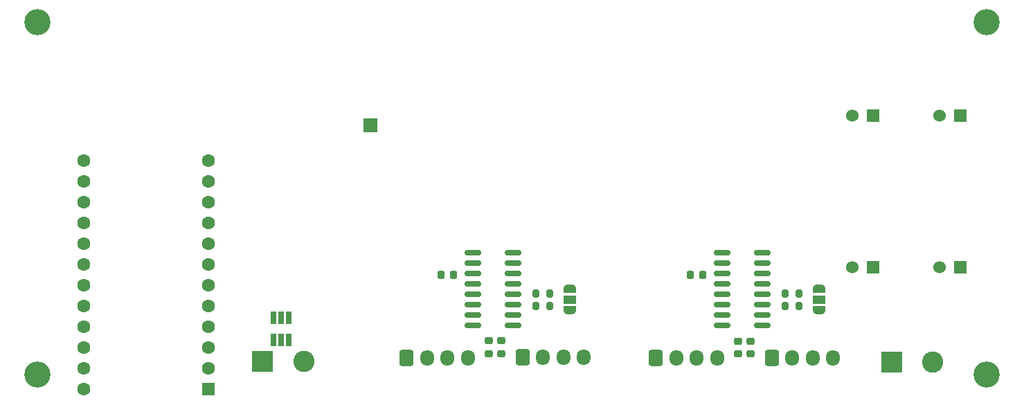
<source format=gbs>
G04 #@! TF.GenerationSoftware,KiCad,Pcbnew,(6.0.0)*
G04 #@! TF.CreationDate,2022-12-27T21:52:24-05:00*
G04 #@! TF.ProjectId,rp2040 rs485 scale breakout,72703230-3430-4207-9273-343835207363,rev?*
G04 #@! TF.SameCoordinates,Original*
G04 #@! TF.FileFunction,Soldermask,Bot*
G04 #@! TF.FilePolarity,Negative*
%FSLAX46Y46*%
G04 Gerber Fmt 4.6, Leading zero omitted, Abs format (unit mm)*
G04 Created by KiCad (PCBNEW (6.0.0)) date 2022-12-27 21:52:24*
%MOMM*%
%LPD*%
G01*
G04 APERTURE LIST*
G04 Aperture macros list*
%AMRoundRect*
0 Rectangle with rounded corners*
0 $1 Rounding radius*
0 $2 $3 $4 $5 $6 $7 $8 $9 X,Y pos of 4 corners*
0 Add a 4 corners polygon primitive as box body*
4,1,4,$2,$3,$4,$5,$6,$7,$8,$9,$2,$3,0*
0 Add four circle primitives for the rounded corners*
1,1,$1+$1,$2,$3*
1,1,$1+$1,$4,$5*
1,1,$1+$1,$6,$7*
1,1,$1+$1,$8,$9*
0 Add four rect primitives between the rounded corners*
20,1,$1+$1,$2,$3,$4,$5,0*
20,1,$1+$1,$4,$5,$6,$7,0*
20,1,$1+$1,$6,$7,$8,$9,0*
20,1,$1+$1,$8,$9,$2,$3,0*%
%AMFreePoly0*
4,1,22,0.550000,-0.750000,0.000000,-0.750000,0.000000,-0.745033,-0.079941,-0.743568,-0.215256,-0.701293,-0.333266,-0.622738,-0.424486,-0.514219,-0.481581,-0.384460,-0.499164,-0.250000,-0.500000,-0.250000,-0.500000,0.250000,-0.499164,0.250000,-0.499963,0.256109,-0.478152,0.396186,-0.417904,0.524511,-0.324060,0.630769,-0.204165,0.706417,-0.067858,0.745374,0.000000,0.744959,0.000000,0.750000,
0.550000,0.750000,0.550000,-0.750000,0.550000,-0.750000,$1*%
%AMFreePoly1*
4,1,20,0.000000,0.744959,0.073905,0.744508,0.209726,0.703889,0.328688,0.626782,0.421226,0.519385,0.479903,0.390333,0.500000,0.250000,0.500000,-0.250000,0.499851,-0.262216,0.476331,-0.402017,0.414519,-0.529596,0.319384,-0.634700,0.198574,-0.708877,0.061801,-0.746166,0.000000,-0.745033,0.000000,-0.750000,-0.550000,-0.750000,-0.550000,0.750000,0.000000,0.750000,0.000000,0.744959,
0.000000,0.744959,$1*%
G04 Aperture macros list end*
%ADD10R,1.524000X1.524000*%
%ADD11C,1.524000*%
%ADD12R,2.600000X2.600000*%
%ADD13C,2.600000*%
%ADD14RoundRect,0.250000X-0.600000X-0.725000X0.600000X-0.725000X0.600000X0.725000X-0.600000X0.725000X0*%
%ADD15O,1.700000X1.950000*%
%ADD16R,1.700000X1.700000*%
%ADD17C,3.200000*%
%ADD18R,1.600000X1.600000*%
%ADD19C,1.600000*%
%ADD20FreePoly0,270.000000*%
%ADD21R,1.500000X1.000000*%
%ADD22FreePoly1,270.000000*%
%ADD23RoundRect,0.200000X0.200000X0.275000X-0.200000X0.275000X-0.200000X-0.275000X0.200000X-0.275000X0*%
%ADD24R,0.650000X1.560000*%
%ADD25RoundRect,0.225000X-0.250000X0.225000X-0.250000X-0.225000X0.250000X-0.225000X0.250000X0.225000X0*%
%ADD26RoundRect,0.150000X-0.825000X-0.150000X0.825000X-0.150000X0.825000X0.150000X-0.825000X0.150000X0*%
%ADD27RoundRect,0.225000X0.225000X0.250000X-0.225000X0.250000X-0.225000X-0.250000X0.225000X-0.250000X0*%
G04 APERTURE END LIST*
D10*
X233680000Y-124079000D03*
D11*
X231140000Y-124079000D03*
D10*
X223012000Y-124079000D03*
D11*
X220472000Y-124079000D03*
D10*
X223012000Y-105537000D03*
D11*
X220472000Y-105537000D03*
X231140000Y-105537000D03*
D10*
X233680000Y-105537000D03*
D12*
X225298000Y-135636000D03*
D13*
X230298000Y-135636000D03*
D14*
X196422000Y-135141000D03*
D15*
X198922000Y-135141000D03*
X201422000Y-135141000D03*
X203922000Y-135141000D03*
D14*
X210626000Y-135124000D03*
D15*
X213126000Y-135124000D03*
X215626000Y-135124000D03*
X218126000Y-135124000D03*
D16*
X161544000Y-106680000D03*
D12*
X148362000Y-135600000D03*
D13*
X153362000Y-135600000D03*
D14*
X180146000Y-135111000D03*
D15*
X182646000Y-135111000D03*
X185146000Y-135111000D03*
X187646000Y-135111000D03*
D17*
X236895000Y-94121000D03*
X120816000Y-94121000D03*
X236895000Y-137200000D03*
D14*
X165942000Y-135128000D03*
D15*
X168442000Y-135128000D03*
X170942000Y-135128000D03*
X173442000Y-135128000D03*
D17*
X120816000Y-137200000D03*
D18*
X141732000Y-138938000D03*
D19*
X141732000Y-136398000D03*
X141732000Y-133858000D03*
X141732000Y-131318000D03*
X141732000Y-128778000D03*
X141732000Y-126238000D03*
X141732000Y-123698000D03*
X141732000Y-121158000D03*
X141732000Y-118618000D03*
X141732000Y-116078000D03*
X141732000Y-113538000D03*
X141732000Y-110998000D03*
X126492000Y-110998000D03*
X126492000Y-113538000D03*
X126492000Y-116078000D03*
X126492000Y-118618000D03*
X126492000Y-121158000D03*
X126492000Y-123698000D03*
X126492000Y-126238000D03*
X126492000Y-128778000D03*
X126492000Y-131318000D03*
X126492000Y-133858000D03*
X126492000Y-136398000D03*
X126492000Y-138938000D03*
D20*
X216408000Y-126729000D03*
D21*
X216408000Y-128029000D03*
D22*
X216408000Y-129329000D03*
D23*
X213931000Y-127267000D03*
X212281000Y-127267000D03*
D24*
X149672000Y-130222000D03*
X150622000Y-130222000D03*
X151572000Y-130222000D03*
X151572000Y-132922000D03*
X150622000Y-132922000D03*
X149672000Y-132922000D03*
D25*
X176022000Y-133083000D03*
X176022000Y-134633000D03*
X208026000Y-133096000D03*
X208026000Y-134646000D03*
X206502000Y-133096000D03*
X206502000Y-134646000D03*
D26*
X204535000Y-131204000D03*
X204535000Y-129934000D03*
X204535000Y-128664000D03*
X204535000Y-127394000D03*
X204535000Y-126124000D03*
X204535000Y-124854000D03*
X204535000Y-123584000D03*
X204535000Y-122314000D03*
X209485000Y-122314000D03*
X209485000Y-123584000D03*
X209485000Y-124854000D03*
X209485000Y-126124000D03*
X209485000Y-127394000D03*
X209485000Y-128664000D03*
X209485000Y-129934000D03*
X209485000Y-131204000D03*
D23*
X213931000Y-128791000D03*
X212281000Y-128791000D03*
D27*
X171717000Y-124968000D03*
X170167000Y-124968000D03*
D25*
X177546000Y-133083000D03*
X177546000Y-134633000D03*
D26*
X174055000Y-131191000D03*
X174055000Y-129921000D03*
X174055000Y-128651000D03*
X174055000Y-127381000D03*
X174055000Y-126111000D03*
X174055000Y-124841000D03*
X174055000Y-123571000D03*
X174055000Y-122301000D03*
X179005000Y-122301000D03*
X179005000Y-123571000D03*
X179005000Y-124841000D03*
X179005000Y-126111000D03*
X179005000Y-127381000D03*
X179005000Y-128651000D03*
X179005000Y-129921000D03*
X179005000Y-131191000D03*
D23*
X183451000Y-128778000D03*
X181801000Y-128778000D03*
X183451000Y-127254000D03*
X181801000Y-127254000D03*
D20*
X185928000Y-126716000D03*
D21*
X185928000Y-128016000D03*
D22*
X185928000Y-129316000D03*
D27*
X202197000Y-124981000D03*
X200647000Y-124981000D03*
M02*

</source>
